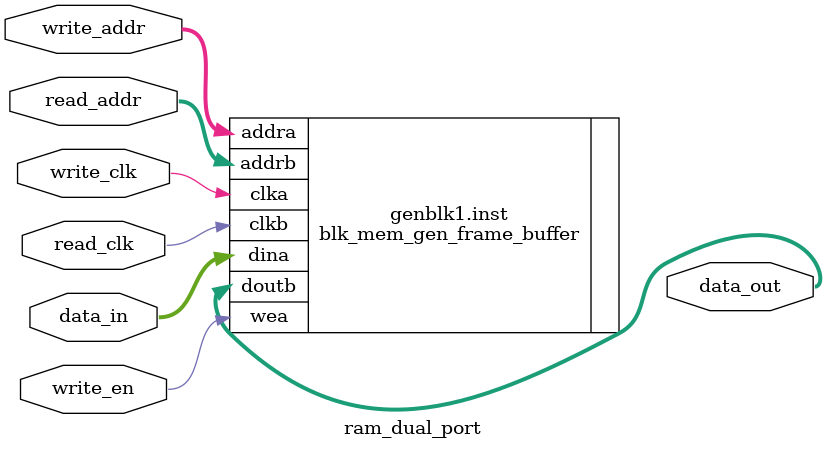
<source format=v>
module ram_dual_port #(
  parameter DEPTH = 80*60,
            WIDTH =    12,

            VIVADO_ENV = 1
) (
    input  write_clk,
    input  write_en,
    input  [$clog2(DEPTH)-1:0] write_addr,
    input  [WIDTH-1:0] data_in,

    input  read_clk,
    input  [$clog2(DEPTH)-1:0] read_addr,
    output [WIDTH-1:0] data_out
  );

  if(VIVADO_ENV) begin
    blk_mem_gen_frame_buffer inst (
      .clka(write_clk),
      .wea(write_en),
      .addra(write_addr),
      .dina(data_in),

      .clkb(read_clk),
      .addrb(read_addr),
      .doutb(data_out)
    );

  end else begin

    reg [WIDTH-1:0] memory[DEPTH-1:0];
    
    reg [WIDTH-1:0] data_out_reg = 0;
    assign data_out = data_out_reg;

    always @(posedge write_clk) begin
      if (write_en == 1) begin
        if(write_addr < DEPTH) begin
          memory[write_addr] <= data_in;
        end
      end
    end

    always @(posedge read_clk) begin
      if(read_addr < DEPTH) begin
        data_out_reg <= memory[read_addr];
      end else begin
        // assign don't cares for access attempts greater than the allowed depth
        data_out_reg <= {WIDTH{1'bx}};
      end
    end

  end

endmodule

</source>
